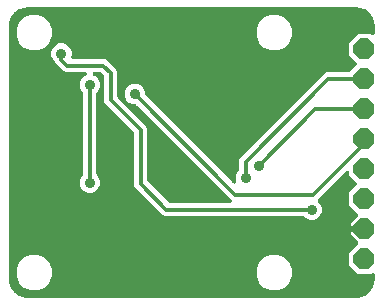
<source format=gbr>
G04 EAGLE Gerber X2 export*
%TF.Part,Single*%
%TF.FileFunction,Copper,L2,Bot,Mixed*%
%TF.FilePolarity,Positive*%
%TF.GenerationSoftware,Autodesk,EAGLE,9.1.0*%
%TF.CreationDate,2018-08-21T06:48:51Z*%
G75*
%MOMM*%
%FSLAX34Y34*%
%LPD*%
%AMOC8*
5,1,8,0,0,1.08239X$1,22.5*%
G01*
%ADD10P,1.924489X8X202.500000*%
%ADD11C,0.304800*%
%ADD12C,0.906400*%

G36*
X298492Y4070D02*
X298492Y4070D01*
X298570Y4069D01*
X300675Y4235D01*
X300732Y4246D01*
X300789Y4248D01*
X300999Y4298D01*
X301017Y4302D01*
X301021Y4304D01*
X301027Y4305D01*
X305032Y5607D01*
X305138Y5655D01*
X305248Y5696D01*
X305312Y5734D01*
X305349Y5751D01*
X305384Y5779D01*
X305457Y5823D01*
X308864Y8299D01*
X308951Y8378D01*
X309042Y8450D01*
X309091Y8506D01*
X309121Y8534D01*
X309146Y8571D01*
X309201Y8636D01*
X311677Y12043D01*
X311735Y12145D01*
X311799Y12242D01*
X311828Y12311D01*
X311848Y12347D01*
X311861Y12389D01*
X311893Y12468D01*
X313195Y16473D01*
X313206Y16529D01*
X313226Y16583D01*
X313260Y16797D01*
X313264Y16815D01*
X313264Y16819D01*
X313265Y16825D01*
X313431Y18930D01*
X313429Y18973D01*
X313435Y19050D01*
X313435Y23467D01*
X313424Y23567D01*
X313422Y23667D01*
X313404Y23739D01*
X313395Y23813D01*
X313361Y23908D01*
X313337Y24005D01*
X313303Y24071D01*
X313278Y24141D01*
X313223Y24226D01*
X313177Y24315D01*
X313129Y24372D01*
X313089Y24434D01*
X313017Y24504D01*
X312952Y24580D01*
X312892Y24625D01*
X312838Y24676D01*
X312752Y24728D01*
X312671Y24788D01*
X312603Y24817D01*
X312539Y24855D01*
X312443Y24886D01*
X312351Y24926D01*
X312278Y24939D01*
X312207Y24961D01*
X312107Y24970D01*
X312008Y24987D01*
X311934Y24983D01*
X311860Y24989D01*
X311760Y24975D01*
X311660Y24969D01*
X311589Y24949D01*
X311515Y24938D01*
X311422Y24901D01*
X311325Y24873D01*
X311260Y24837D01*
X311191Y24809D01*
X311109Y24752D01*
X311021Y24703D01*
X310945Y24637D01*
X310905Y24610D01*
X310881Y24584D01*
X310835Y24544D01*
X310166Y23875D01*
X299434Y23875D01*
X291845Y31464D01*
X291845Y42196D01*
X299180Y49531D01*
X299196Y49551D01*
X299216Y49568D01*
X299304Y49688D01*
X299396Y49804D01*
X299408Y49827D01*
X299423Y49848D01*
X299482Y49985D01*
X299545Y50119D01*
X299551Y50144D01*
X299561Y50168D01*
X299588Y50315D01*
X299619Y50459D01*
X299618Y50485D01*
X299623Y50511D01*
X299615Y50660D01*
X299613Y50808D01*
X299606Y50833D01*
X299605Y50859D01*
X299564Y51002D01*
X299528Y51146D01*
X299516Y51169D01*
X299508Y51194D01*
X299436Y51324D01*
X299368Y51456D01*
X299351Y51476D01*
X299338Y51498D01*
X299180Y51685D01*
X293369Y57495D01*
X293369Y59691D01*
X303784Y59691D01*
X303810Y59694D01*
X303836Y59692D01*
X303983Y59714D01*
X304130Y59731D01*
X304155Y59739D01*
X304181Y59743D01*
X304318Y59798D01*
X304458Y59848D01*
X304480Y59862D01*
X304505Y59872D01*
X304626Y59957D01*
X304751Y60037D01*
X304769Y60056D01*
X304791Y60071D01*
X304890Y60181D01*
X304993Y60288D01*
X305007Y60310D01*
X305024Y60330D01*
X305096Y60460D01*
X305172Y60587D01*
X305180Y60612D01*
X305193Y60635D01*
X305233Y60778D01*
X305278Y60919D01*
X305280Y60945D01*
X305287Y60970D01*
X305307Y61214D01*
X305307Y63246D01*
X305304Y63272D01*
X305306Y63298D01*
X305284Y63445D01*
X305267Y63592D01*
X305258Y63617D01*
X305254Y63643D01*
X305200Y63781D01*
X305150Y63920D01*
X305135Y63942D01*
X305126Y63967D01*
X305041Y64088D01*
X304961Y64213D01*
X304942Y64231D01*
X304927Y64253D01*
X304817Y64352D01*
X304710Y64455D01*
X304687Y64469D01*
X304668Y64486D01*
X304538Y64558D01*
X304411Y64634D01*
X304386Y64642D01*
X304363Y64655D01*
X304220Y64695D01*
X304079Y64740D01*
X304053Y64742D01*
X304028Y64750D01*
X303784Y64769D01*
X293369Y64769D01*
X293369Y66965D01*
X299180Y72775D01*
X299196Y72796D01*
X299216Y72813D01*
X299304Y72932D01*
X299396Y73048D01*
X299408Y73072D01*
X299423Y73093D01*
X299482Y73229D01*
X299545Y73363D01*
X299551Y73389D01*
X299561Y73413D01*
X299588Y73559D01*
X299619Y73704D01*
X299618Y73730D01*
X299623Y73756D01*
X299615Y73905D01*
X299613Y74053D01*
X299606Y74078D01*
X299605Y74104D01*
X299564Y74247D01*
X299528Y74391D01*
X299516Y74414D01*
X299508Y74439D01*
X299436Y74568D01*
X299368Y74700D01*
X299351Y74720D01*
X299338Y74743D01*
X299180Y74929D01*
X291845Y82264D01*
X291845Y92996D01*
X298102Y99253D01*
X298118Y99273D01*
X298138Y99290D01*
X298227Y99410D01*
X298319Y99526D01*
X298330Y99550D01*
X298346Y99571D01*
X298404Y99707D01*
X298468Y99841D01*
X298473Y99867D01*
X298484Y99891D01*
X298510Y100037D01*
X298541Y100182D01*
X298541Y100208D01*
X298545Y100234D01*
X298538Y100382D01*
X298535Y100530D01*
X298529Y100556D01*
X298527Y100582D01*
X298486Y100724D01*
X298450Y100868D01*
X298438Y100891D01*
X298431Y100917D01*
X298358Y101046D01*
X298290Y101178D01*
X298273Y101198D01*
X298261Y101221D01*
X298102Y101407D01*
X291845Y107664D01*
X291845Y110084D01*
X291834Y110184D01*
X291832Y110284D01*
X291814Y110356D01*
X291805Y110430D01*
X291772Y110525D01*
X291747Y110622D01*
X291713Y110688D01*
X291688Y110758D01*
X291633Y110843D01*
X291587Y110932D01*
X291539Y110989D01*
X291499Y111051D01*
X291427Y111121D01*
X291362Y111198D01*
X291302Y111242D01*
X291248Y111293D01*
X291162Y111345D01*
X291081Y111405D01*
X291013Y111434D01*
X290949Y111472D01*
X290853Y111503D01*
X290761Y111543D01*
X290688Y111556D01*
X290617Y111579D01*
X290517Y111587D01*
X290418Y111604D01*
X290344Y111601D01*
X290270Y111607D01*
X290170Y111592D01*
X290070Y111586D01*
X289999Y111566D01*
X289925Y111555D01*
X289832Y111518D01*
X289735Y111490D01*
X289670Y111454D01*
X289601Y111426D01*
X289519Y111369D01*
X289431Y111320D01*
X289355Y111255D01*
X289315Y111227D01*
X289291Y111201D01*
X289245Y111161D01*
X265743Y87659D01*
X265726Y87638D01*
X265706Y87621D01*
X265618Y87502D01*
X265526Y87386D01*
X265515Y87362D01*
X265499Y87341D01*
X265441Y87205D01*
X265377Y87071D01*
X265372Y87045D01*
X265361Y87021D01*
X265335Y86875D01*
X265304Y86730D01*
X265304Y86704D01*
X265300Y86678D01*
X265307Y86530D01*
X265310Y86382D01*
X265316Y86356D01*
X265318Y86330D01*
X265359Y86188D01*
X265395Y86044D01*
X265407Y86020D01*
X265414Y85995D01*
X265487Y85866D01*
X265554Y85734D01*
X265571Y85714D01*
X265584Y85691D01*
X265743Y85505D01*
X267638Y83610D01*
X268947Y80450D01*
X268947Y77030D01*
X267638Y73870D01*
X265220Y71452D01*
X262060Y70143D01*
X258640Y70143D01*
X255480Y71452D01*
X254227Y72705D01*
X254128Y72784D01*
X254034Y72868D01*
X253992Y72892D01*
X253954Y72922D01*
X253840Y72976D01*
X253729Y73037D01*
X253683Y73050D01*
X253639Y73071D01*
X253516Y73097D01*
X253394Y73132D01*
X253333Y73137D01*
X253298Y73144D01*
X253250Y73143D01*
X253150Y73151D01*
X136048Y73151D01*
X133994Y74002D01*
X110832Y97164D01*
X109981Y99218D01*
X109981Y143104D01*
X109967Y143230D01*
X109960Y143356D01*
X109947Y143402D01*
X109941Y143450D01*
X109899Y143569D01*
X109864Y143691D01*
X109840Y143733D01*
X109824Y143778D01*
X109755Y143885D01*
X109694Y143995D01*
X109654Y144041D01*
X109635Y144071D01*
X109600Y144105D01*
X109535Y144181D01*
X85432Y168284D01*
X84581Y170338D01*
X84581Y191364D01*
X84567Y191490D01*
X84560Y191616D01*
X84547Y191662D01*
X84541Y191710D01*
X84499Y191829D01*
X84464Y191951D01*
X84440Y191993D01*
X84424Y192038D01*
X84355Y192145D01*
X84294Y192255D01*
X84254Y192301D01*
X84235Y192331D01*
X84200Y192365D01*
X84135Y192441D01*
X81951Y194625D01*
X81852Y194704D01*
X81758Y194788D01*
X81716Y194812D01*
X81678Y194842D01*
X81564Y194896D01*
X81453Y194957D01*
X81407Y194970D01*
X81363Y194991D01*
X81240Y195017D01*
X81118Y195052D01*
X81057Y195057D01*
X81022Y195064D01*
X80974Y195063D01*
X80874Y195071D01*
X76146Y195071D01*
X76096Y195066D01*
X76046Y195068D01*
X75923Y195046D01*
X75800Y195031D01*
X75752Y195014D01*
X75703Y195005D01*
X75589Y194956D01*
X75472Y194914D01*
X75429Y194887D01*
X75383Y194867D01*
X75283Y194792D01*
X75179Y194725D01*
X75144Y194689D01*
X75103Y194659D01*
X75023Y194564D01*
X74937Y194474D01*
X74911Y194431D01*
X74878Y194393D01*
X74822Y194282D01*
X74758Y194175D01*
X74742Y194127D01*
X74719Y194082D01*
X74689Y193962D01*
X74652Y193843D01*
X74648Y193793D01*
X74635Y193744D01*
X74634Y193620D01*
X74624Y193496D01*
X74631Y193446D01*
X74630Y193396D01*
X74657Y193274D01*
X74675Y193151D01*
X74694Y193104D01*
X74705Y193055D01*
X74758Y192943D01*
X74804Y192827D01*
X74833Y192786D01*
X74854Y192740D01*
X74932Y192643D01*
X75003Y192541D01*
X75040Y192507D01*
X75072Y192468D01*
X75169Y192391D01*
X75262Y192308D01*
X75306Y192283D01*
X75345Y192252D01*
X75563Y192141D01*
X77260Y191438D01*
X79678Y189020D01*
X80987Y185860D01*
X80987Y182440D01*
X79678Y179280D01*
X78425Y178027D01*
X78346Y177928D01*
X78262Y177834D01*
X78238Y177792D01*
X78208Y177754D01*
X78154Y177640D01*
X78093Y177529D01*
X78080Y177483D01*
X78059Y177439D01*
X78033Y177316D01*
X77998Y177194D01*
X77993Y177133D01*
X77986Y177098D01*
X77987Y177050D01*
X77979Y176950D01*
X77979Y108800D01*
X77993Y108674D01*
X78000Y108548D01*
X78013Y108502D01*
X78019Y108454D01*
X78061Y108335D01*
X78096Y108213D01*
X78120Y108171D01*
X78136Y108126D01*
X78205Y108019D01*
X78266Y107909D01*
X78306Y107863D01*
X78325Y107833D01*
X78360Y107799D01*
X78425Y107723D01*
X79678Y106470D01*
X80987Y103310D01*
X80987Y99890D01*
X79678Y96730D01*
X77260Y94312D01*
X74100Y93003D01*
X70680Y93003D01*
X67520Y94312D01*
X65102Y96730D01*
X63793Y99890D01*
X63793Y103310D01*
X65102Y106470D01*
X66355Y107723D01*
X66433Y107822D01*
X66518Y107916D01*
X66542Y107958D01*
X66572Y107996D01*
X66626Y108110D01*
X66687Y108221D01*
X66700Y108267D01*
X66721Y108311D01*
X66747Y108434D01*
X66782Y108556D01*
X66787Y108617D01*
X66794Y108652D01*
X66793Y108700D01*
X66801Y108800D01*
X66801Y176950D01*
X66787Y177076D01*
X66780Y177202D01*
X66767Y177248D01*
X66761Y177296D01*
X66719Y177415D01*
X66684Y177537D01*
X66660Y177579D01*
X66644Y177624D01*
X66575Y177731D01*
X66514Y177841D01*
X66474Y177887D01*
X66455Y177917D01*
X66420Y177951D01*
X66355Y178027D01*
X65102Y179280D01*
X63793Y182440D01*
X63793Y185860D01*
X65102Y189020D01*
X67520Y191438D01*
X69217Y192141D01*
X69261Y192165D01*
X69308Y192182D01*
X69413Y192250D01*
X69522Y192310D01*
X69559Y192344D01*
X69601Y192371D01*
X69688Y192461D01*
X69780Y192544D01*
X69808Y192586D01*
X69843Y192622D01*
X69907Y192729D01*
X69978Y192831D01*
X69996Y192878D01*
X70022Y192921D01*
X70060Y193039D01*
X70106Y193155D01*
X70113Y193205D01*
X70128Y193253D01*
X70138Y193377D01*
X70157Y193500D01*
X70152Y193550D01*
X70156Y193600D01*
X70138Y193723D01*
X70128Y193847D01*
X70112Y193895D01*
X70105Y193945D01*
X70059Y194060D01*
X70021Y194179D01*
X69995Y194222D01*
X69976Y194269D01*
X69905Y194371D01*
X69841Y194477D01*
X69806Y194514D01*
X69777Y194555D01*
X69685Y194638D01*
X69598Y194727D01*
X69556Y194755D01*
X69518Y194788D01*
X69409Y194848D01*
X69305Y194916D01*
X69257Y194933D01*
X69213Y194957D01*
X69093Y194991D01*
X68976Y195032D01*
X68926Y195038D01*
X68878Y195052D01*
X68634Y195071D01*
X52228Y195071D01*
X50174Y195922D01*
X43522Y202574D01*
X43054Y203704D01*
X43053Y203706D01*
X43052Y203708D01*
X42968Y203859D01*
X42885Y204009D01*
X42883Y204011D01*
X42882Y204012D01*
X42724Y204199D01*
X40972Y205950D01*
X39663Y209110D01*
X39663Y212530D01*
X40972Y215690D01*
X43390Y218108D01*
X46550Y219417D01*
X49970Y219417D01*
X51079Y218957D01*
X53130Y218108D01*
X55548Y215690D01*
X56857Y212530D01*
X56857Y209110D01*
X56544Y208355D01*
X56503Y208210D01*
X56457Y208067D01*
X56455Y208043D01*
X56448Y208020D01*
X56441Y207869D01*
X56429Y207720D01*
X56433Y207696D01*
X56431Y207672D01*
X56458Y207524D01*
X56481Y207375D01*
X56490Y207353D01*
X56494Y207329D01*
X56554Y207191D01*
X56609Y207051D01*
X56623Y207031D01*
X56633Y207009D01*
X56723Y206888D01*
X56808Y206765D01*
X56826Y206749D01*
X56841Y206729D01*
X56956Y206632D01*
X57067Y206532D01*
X57088Y206520D01*
X57107Y206504D01*
X57240Y206436D01*
X57372Y206363D01*
X57395Y206357D01*
X57417Y206346D01*
X57562Y206309D01*
X57707Y206268D01*
X57737Y206266D01*
X57755Y206261D01*
X57802Y206261D01*
X57951Y206249D01*
X84932Y206249D01*
X86986Y205398D01*
X94908Y197476D01*
X95759Y195422D01*
X95759Y174396D01*
X95773Y174270D01*
X95780Y174144D01*
X95793Y174098D01*
X95799Y174050D01*
X95841Y173931D01*
X95876Y173809D01*
X95900Y173767D01*
X95916Y173722D01*
X95985Y173615D01*
X96046Y173505D01*
X96086Y173459D01*
X96105Y173429D01*
X96140Y173395D01*
X96205Y173319D01*
X120308Y149216D01*
X121159Y147162D01*
X121159Y103276D01*
X121173Y103150D01*
X121180Y103024D01*
X121193Y102978D01*
X121199Y102930D01*
X121241Y102811D01*
X121276Y102689D01*
X121300Y102647D01*
X121316Y102602D01*
X121385Y102495D01*
X121446Y102385D01*
X121486Y102339D01*
X121505Y102309D01*
X121540Y102275D01*
X121605Y102199D01*
X139029Y84775D01*
X139128Y84696D01*
X139222Y84612D01*
X139264Y84588D01*
X139302Y84558D01*
X139416Y84504D01*
X139527Y84443D01*
X139573Y84430D01*
X139617Y84409D01*
X139740Y84383D01*
X139862Y84348D01*
X139923Y84343D01*
X139958Y84336D01*
X140006Y84337D01*
X140106Y84329D01*
X191110Y84329D01*
X191210Y84340D01*
X191310Y84342D01*
X191383Y84360D01*
X191456Y84369D01*
X191551Y84402D01*
X191648Y84427D01*
X191714Y84461D01*
X191784Y84486D01*
X191869Y84541D01*
X191958Y84587D01*
X192015Y84635D01*
X192077Y84675D01*
X192147Y84747D01*
X192224Y84812D01*
X192268Y84872D01*
X192319Y84926D01*
X192371Y85012D01*
X192431Y85093D01*
X192460Y85161D01*
X192498Y85225D01*
X192529Y85321D01*
X192569Y85413D01*
X192582Y85486D01*
X192605Y85557D01*
X192613Y85657D01*
X192630Y85756D01*
X192627Y85830D01*
X192633Y85904D01*
X192618Y86004D01*
X192612Y86104D01*
X192592Y86175D01*
X192581Y86249D01*
X192544Y86342D01*
X192516Y86439D01*
X192480Y86504D01*
X192452Y86573D01*
X192395Y86655D01*
X192346Y86743D01*
X192281Y86819D01*
X192253Y86859D01*
X192227Y86883D01*
X192187Y86929D01*
X190628Y88489D01*
X111629Y167487D01*
X111530Y167566D01*
X111436Y167650D01*
X111394Y167674D01*
X111356Y167704D01*
X111242Y167758D01*
X111131Y167819D01*
X111085Y167832D01*
X111041Y167853D01*
X110918Y167879D01*
X110796Y167914D01*
X110735Y167919D01*
X110700Y167926D01*
X110652Y167925D01*
X110552Y167933D01*
X108780Y167933D01*
X105620Y169242D01*
X103202Y171660D01*
X101893Y174820D01*
X101893Y178240D01*
X103202Y181400D01*
X105620Y183818D01*
X108780Y185127D01*
X112200Y185127D01*
X115360Y183818D01*
X117778Y181400D01*
X119087Y178240D01*
X119087Y176468D01*
X119101Y176342D01*
X119108Y176216D01*
X119121Y176170D01*
X119127Y176122D01*
X119169Y176003D01*
X119204Y175881D01*
X119228Y175839D01*
X119244Y175794D01*
X119313Y175687D01*
X119374Y175577D01*
X119414Y175531D01*
X119433Y175501D01*
X119468Y175467D01*
X119533Y175391D01*
X193746Y101178D01*
X193785Y101146D01*
X193819Y101109D01*
X193922Y101038D01*
X194019Y100961D01*
X194065Y100939D01*
X194106Y100911D01*
X194222Y100865D01*
X194334Y100812D01*
X194383Y100801D01*
X194430Y100783D01*
X194553Y100765D01*
X194675Y100739D01*
X194725Y100740D01*
X194775Y100732D01*
X194899Y100742D01*
X195023Y100745D01*
X195072Y100757D01*
X195122Y100761D01*
X195241Y100799D01*
X195361Y100830D01*
X195406Y100853D01*
X195454Y100868D01*
X195560Y100932D01*
X195671Y100989D01*
X195710Y101022D01*
X195753Y101048D01*
X195842Y101134D01*
X195937Y101215D01*
X195967Y101256D01*
X196003Y101291D01*
X196070Y101395D01*
X196144Y101495D01*
X196164Y101542D01*
X196191Y101584D01*
X196233Y101701D01*
X196282Y101815D01*
X196291Y101865D01*
X196308Y101912D01*
X196321Y102036D01*
X196343Y102158D01*
X196341Y102209D01*
X196346Y102259D01*
X196332Y102382D01*
X196325Y102506D01*
X196312Y102555D01*
X196306Y102605D01*
X196230Y102838D01*
X195873Y103700D01*
X195873Y107120D01*
X197182Y110280D01*
X198435Y111533D01*
X198513Y111632D01*
X198598Y111726D01*
X198622Y111768D01*
X198652Y111806D01*
X198706Y111920D01*
X198767Y112031D01*
X198780Y112077D01*
X198801Y112121D01*
X198827Y112244D01*
X198862Y112366D01*
X198867Y112427D01*
X198874Y112462D01*
X198873Y112510D01*
X198881Y112610D01*
X198881Y120492D01*
X199732Y122546D01*
X271154Y193968D01*
X273208Y194819D01*
X291437Y194819D01*
X291563Y194833D01*
X291689Y194840D01*
X291735Y194853D01*
X291783Y194859D01*
X291902Y194901D01*
X292024Y194936D01*
X292066Y194960D01*
X292111Y194976D01*
X292218Y195045D01*
X292328Y195106D01*
X292374Y195146D01*
X292404Y195165D01*
X292438Y195200D01*
X292514Y195265D01*
X298102Y200853D01*
X298118Y200873D01*
X298138Y200890D01*
X298227Y201010D01*
X298319Y201126D01*
X298330Y201150D01*
X298346Y201171D01*
X298404Y201307D01*
X298468Y201441D01*
X298473Y201467D01*
X298484Y201491D01*
X298510Y201637D01*
X298541Y201782D01*
X298541Y201808D01*
X298545Y201834D01*
X298538Y201982D01*
X298535Y202130D01*
X298529Y202156D01*
X298527Y202182D01*
X298486Y202324D01*
X298450Y202468D01*
X298438Y202491D01*
X298431Y202517D01*
X298358Y202646D01*
X298290Y202778D01*
X298273Y202798D01*
X298261Y202821D01*
X298102Y203007D01*
X291845Y209264D01*
X291845Y219996D01*
X299434Y227585D01*
X310166Y227585D01*
X310835Y226916D01*
X310914Y226853D01*
X310986Y226784D01*
X311050Y226745D01*
X311108Y226699D01*
X311199Y226656D01*
X311285Y226605D01*
X311356Y226582D01*
X311423Y226550D01*
X311521Y226529D01*
X311617Y226499D01*
X311691Y226493D01*
X311764Y226477D01*
X311864Y226479D01*
X311964Y226471D01*
X312038Y226482D01*
X312112Y226483D01*
X312209Y226507D01*
X312309Y226522D01*
X312378Y226550D01*
X312450Y226568D01*
X312539Y226614D01*
X312633Y226651D01*
X312694Y226693D01*
X312760Y226728D01*
X312836Y226793D01*
X312919Y226850D01*
X312969Y226905D01*
X313025Y226953D01*
X313085Y227034D01*
X313152Y227109D01*
X313188Y227174D01*
X313233Y227234D01*
X313272Y227326D01*
X313321Y227414D01*
X313341Y227485D01*
X313371Y227554D01*
X313388Y227652D01*
X313416Y227749D01*
X313424Y227849D01*
X313432Y227897D01*
X313430Y227932D01*
X313435Y227993D01*
X313435Y234950D01*
X313430Y234992D01*
X313431Y235070D01*
X313265Y237175D01*
X313254Y237232D01*
X313252Y237289D01*
X313202Y237499D01*
X313198Y237517D01*
X313196Y237521D01*
X313195Y237527D01*
X311893Y241532D01*
X311845Y241638D01*
X311804Y241748D01*
X311766Y241812D01*
X311749Y241849D01*
X311721Y241884D01*
X311677Y241957D01*
X309201Y245364D01*
X309122Y245451D01*
X309050Y245542D01*
X308994Y245591D01*
X308966Y245621D01*
X308929Y245646D01*
X308864Y245701D01*
X305457Y248177D01*
X305355Y248235D01*
X305258Y248299D01*
X305189Y248328D01*
X305153Y248348D01*
X305111Y248361D01*
X305032Y248393D01*
X301027Y249695D01*
X300971Y249706D01*
X300917Y249726D01*
X300703Y249760D01*
X300685Y249764D01*
X300681Y249764D01*
X300675Y249765D01*
X298570Y249931D01*
X298527Y249929D01*
X298450Y249935D01*
X19050Y249935D01*
X19008Y249930D01*
X18930Y249931D01*
X16825Y249765D01*
X16768Y249754D01*
X16711Y249752D01*
X16501Y249702D01*
X16483Y249698D01*
X16479Y249696D01*
X16473Y249695D01*
X12468Y248393D01*
X12362Y248345D01*
X12252Y248304D01*
X12188Y248266D01*
X12151Y248249D01*
X12116Y248221D01*
X12043Y248177D01*
X8636Y245701D01*
X8549Y245622D01*
X8458Y245550D01*
X8409Y245494D01*
X8379Y245466D01*
X8354Y245429D01*
X8299Y245364D01*
X5823Y241957D01*
X5765Y241855D01*
X5701Y241758D01*
X5672Y241689D01*
X5652Y241653D01*
X5639Y241611D01*
X5607Y241532D01*
X4305Y237527D01*
X4294Y237471D01*
X4274Y237417D01*
X4240Y237203D01*
X4236Y237185D01*
X4236Y237181D01*
X4235Y237175D01*
X4069Y235070D01*
X4071Y235027D01*
X4065Y234950D01*
X4065Y19050D01*
X4070Y19008D01*
X4069Y18930D01*
X4235Y16825D01*
X4246Y16768D01*
X4248Y16711D01*
X4298Y16501D01*
X4302Y16483D01*
X4304Y16479D01*
X4305Y16473D01*
X5607Y12468D01*
X5655Y12362D01*
X5696Y12252D01*
X5734Y12188D01*
X5751Y12151D01*
X5779Y12116D01*
X5823Y12043D01*
X8299Y8636D01*
X8378Y8549D01*
X8450Y8458D01*
X8506Y8409D01*
X8534Y8379D01*
X8571Y8354D01*
X8636Y8299D01*
X12043Y5823D01*
X12145Y5765D01*
X12242Y5701D01*
X12311Y5672D01*
X12347Y5652D01*
X12389Y5639D01*
X12468Y5607D01*
X16473Y4305D01*
X16529Y4294D01*
X16583Y4274D01*
X16797Y4240D01*
X16815Y4236D01*
X16819Y4236D01*
X16825Y4235D01*
X18930Y4069D01*
X18973Y4071D01*
X19050Y4065D01*
X298450Y4065D01*
X298492Y4070D01*
G37*
%LPC*%
G36*
X225603Y213535D02*
X225603Y213535D01*
X220066Y215829D01*
X215829Y220066D01*
X213535Y225603D01*
X213535Y231597D01*
X215829Y237134D01*
X220066Y241371D01*
X225603Y243665D01*
X231597Y243665D01*
X237134Y241371D01*
X241371Y237134D01*
X243665Y231597D01*
X243665Y225603D01*
X241371Y220066D01*
X237134Y215829D01*
X231597Y213535D01*
X225603Y213535D01*
G37*
%LPD*%
%LPC*%
G36*
X22403Y213535D02*
X22403Y213535D01*
X16866Y215829D01*
X12629Y220066D01*
X10335Y225603D01*
X10335Y231597D01*
X12629Y237134D01*
X16866Y241371D01*
X22403Y243665D01*
X28397Y243665D01*
X33934Y241371D01*
X38171Y237134D01*
X40465Y231597D01*
X40465Y225603D01*
X38171Y220066D01*
X33934Y215829D01*
X28397Y213535D01*
X22403Y213535D01*
G37*
%LPD*%
%LPC*%
G36*
X225603Y10335D02*
X225603Y10335D01*
X220066Y12629D01*
X215829Y16866D01*
X213535Y22403D01*
X213535Y28397D01*
X215829Y33934D01*
X220066Y38171D01*
X225603Y40465D01*
X231597Y40465D01*
X237134Y38171D01*
X241371Y33934D01*
X243665Y28397D01*
X243665Y22403D01*
X241371Y16866D01*
X237134Y12629D01*
X231597Y10335D01*
X225603Y10335D01*
G37*
%LPD*%
%LPC*%
G36*
X22403Y10335D02*
X22403Y10335D01*
X16866Y12629D01*
X12629Y16866D01*
X10335Y22403D01*
X10335Y28397D01*
X12629Y33934D01*
X16866Y38171D01*
X22403Y40465D01*
X28397Y40465D01*
X33934Y38171D01*
X38171Y33934D01*
X40465Y28397D01*
X40465Y22403D01*
X38171Y16866D01*
X33934Y12629D01*
X28397Y10335D01*
X22403Y10335D01*
G37*
%LPD*%
D10*
X304800Y36830D03*
X304800Y62230D03*
X304800Y87630D03*
X304800Y113030D03*
X304800Y138430D03*
X304800Y163830D03*
X304800Y189230D03*
X304800Y214630D03*
D11*
X204470Y181610D02*
X195580Y189230D01*
X91440Y137160D02*
X86360Y137160D01*
X90170Y21590D02*
X123190Y20320D01*
X90170Y21590D02*
X90170Y22860D01*
D12*
X204470Y181610D03*
X91440Y137160D03*
X123190Y20320D03*
D11*
X137160Y78740D02*
X260350Y78740D01*
X137160Y78740D02*
X115570Y100330D01*
X115570Y146050D01*
X90170Y171450D01*
X90170Y194310D01*
X83820Y200660D01*
X53340Y200660D01*
X48260Y205740D01*
X48260Y210820D01*
D12*
X260350Y78740D03*
X48260Y210820D03*
D11*
X72390Y184150D02*
X72390Y101600D01*
D12*
X72390Y184150D03*
X72390Y101600D03*
D11*
X110490Y176530D02*
X195580Y91440D01*
X261620Y91440D01*
X304800Y138430D02*
X307340Y138430D01*
X307340Y137160D02*
X261620Y91440D01*
X307340Y137160D02*
X307340Y138430D01*
D12*
X110490Y176530D03*
D11*
X215900Y115570D02*
X262890Y163830D01*
X304800Y163830D01*
D12*
X215900Y115570D03*
D11*
X204470Y119380D02*
X204470Y105410D01*
X204470Y119380D02*
X274320Y189230D01*
X288290Y189230D01*
X304800Y189230D02*
X307340Y189230D01*
X304800Y189230D02*
X288290Y189230D01*
D12*
X204470Y105410D03*
M02*

</source>
